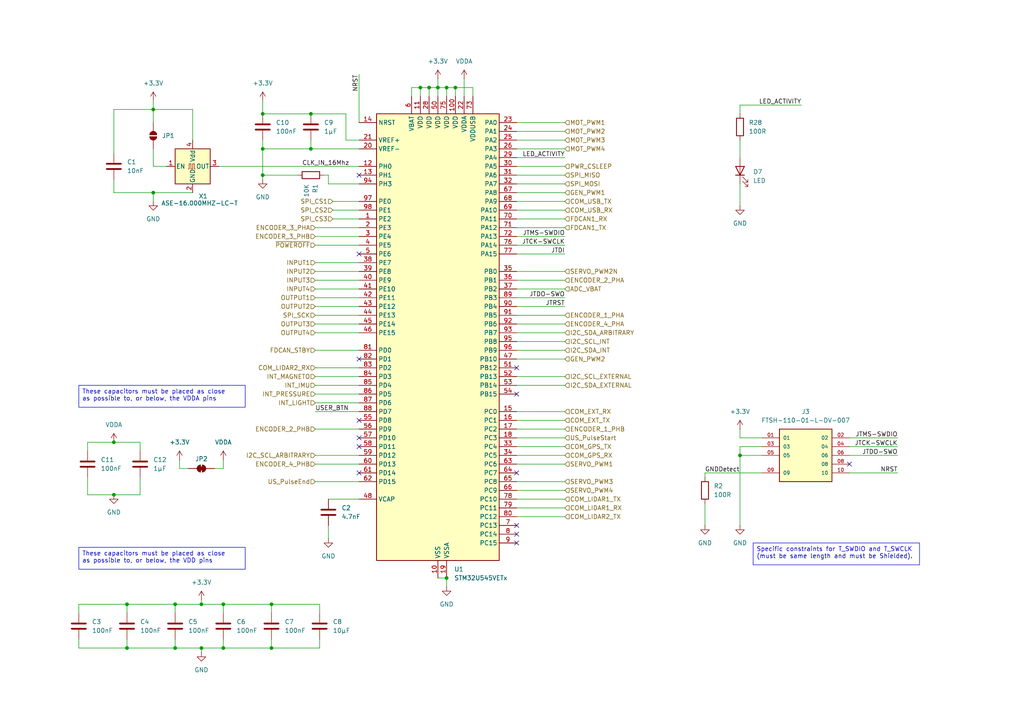
<source format=kicad_sch>
(kicad_sch (version 20231120) (generator "eeschema") (generator_version "8.0")
  (paper "A4")
  (title_block (title "cpu (carte-io)") (date "2024-10-09") (rev "1.0"))
  (lib_symbols
    (symbol "Device:C" (pin_numbers hide) (pin_names (offset 0.254))
      (property "Reference" "C" (at 0.635 2.54 0))
      (property "Value" "C" (at 0.635 -2.54 0))
      (symbol "C_0_1"
        (polyline (pts (xy -2.032 -0.762) (xy 2.032 -0.762)) (stroke (width 0.508)))
        (polyline (pts (xy -2.032 0.762) (xy 2.032 0.762)) (stroke (width 0.508)))
      )
      (symbol "C_1_1"
        (pin passive line (at 0 3.81 270) (length 2.794) (name "~") (number "1"))
        (pin passive line (at 0 -3.81 90) (length 2.794) (name "~") (number "2"))
      )
    )
    (symbol "Device:LED" (pin_numbers hide) (pin_names (offset 1.016) hide)
      (property "Reference" "D" (at 0 2.54 0))
      (property "Value" "LED" (at 0 -2.54 0))
      (symbol "LED_0_1"
        (polyline (pts (xy -1.27 -1.27) (xy -1.27 1.27)) (stroke (width 0.254)))
        (polyline (pts (xy -1.27 0) (xy 1.27 0)))
        (polyline (pts (xy 1.27 -1.27) (xy 1.27 1.27) (xy -1.27 0) (xy 1.27 -1.27)) (stroke (width 0.254)))
        (polyline (pts (xy -3.048 -0.762) (xy -4.572 -2.286) (xy -3.81 -2.286) (xy -4.572 -2.286) (xy -4.572 -1.524)))
        (polyline (pts (xy -1.778 -0.762) (xy -3.302 -2.286) (xy -2.54 -2.286) (xy -3.302 -2.286) (xy -3.302 -1.524)))
      )
      (symbol "LED_1_1"
        (pin passive line (at -3.81 0 0) (length 2.54) (name "K") (number "1"))
        (pin passive line (at 3.81 0 180) (length 2.54) (name "A") (number "2"))
      )
    )
    (symbol "Device:R" (pin_numbers hide) (pin_names (offset 0))
      (property "Reference" "R" (at 2.032 0 90))
      (property "Value" "R" (at 0 0 90))
      (symbol "R_0_1"
        (rectangle (start -1.016 -2.54) (end 1.016 2.54) (stroke (width 0.254)))
      )
      (symbol "R_1_1"
        (pin passive line (at 0 3.81 270) (length 1.27) (name "~") (number "1"))
        (pin passive line (at 0 -3.81 90) (length 1.27) (name "~") (number "2"))
      )
    )
    (symbol "FTSH-105-X-X-DV-007-P-X:FTSH-105-X-X-DV-007-P-X" (pin_names (offset 1.016))
      (property "Reference" "J" (at -7.62 8.382 0))
      (property "Value" "FTSH-105-X-X-DV-007-P-X" (at -7.62 -10.16 0))
      (symbol "FTSH-105-X-X-DV-007-P-X_0_0"
        (rectangle (start -7.62 -7.62) (end 7.62 7.62) (stroke (width 0.254)) (fill (type background)))
        (pin passive line (at -12.7 5.08 0) (length 5.08) (name "01") (number "01"))
        (pin passive line (at 12.7 5.08 180) (length 5.08) (name "02") (number "02"))
        (pin passive line (at -12.7 2.54 0) (length 5.08) (name "03") (number "03"))
        (pin passive line (at 12.7 2.54 180) (length 5.08) (name "04") (number "04"))
        (pin passive line (at -12.7 0 0) (length 5.08) (name "05") (number "05"))
        (pin passive line (at 12.7 0 180) (length 5.08) (name "06") (number "06"))
        (pin passive line (at 12.7 -2.54 180) (length 5.08) (name "08") (number "08"))
        (pin passive line (at -12.7 -5.08 0) (length 5.08) (name "09") (number "09"))
        (pin passive line (at 12.7 -5.08 180) (length 5.08) (name "10") (number "10"))
      )
    )
    (symbol "Jumper:SolderJumper_2_Bridged" (pin_numbers hide) (pin_names (offset 0) hide) (exclude_from_sim yes) (in_bom no)
      (property "Reference" "JP" (at 0 2.032 0))
      (property "Value" "SolderJumper_2_Bridged" (at 0 -2.54 0))
      (symbol "SolderJumper_2_Bridged_0_1"
        (rectangle (start -0.508 0.508) (end 0.508 -0.508) (fill (type outline)))
        (arc (start -0.254 1.016) (mid -1.2656 0) (end -0.254 -1.016))
        (arc (start -0.254 1.016) (mid -1.2656 0) (end -0.254 -1.016) (fill (type outline)))
        (polyline (pts (xy -0.254 1.016) (xy -0.254 -1.016)))
        (polyline (pts (xy 0.254 1.016) (xy 0.254 -1.016)))
        (arc (start 0.254 -1.016) (mid 1.2656 0) (end 0.254 1.016))
        (arc (start 0.254 -1.016) (mid 1.2656 0) (end 0.254 1.016) (fill (type outline)))
      )
      (symbol "SolderJumper_2_Bridged_1_1"
        (pin passive line (at -3.81 0 0) (length 2.54) (name "A") (number "1"))
        (pin passive line (at 3.81 0 180) (length 2.54) (name "B") (number "2"))
      )
    )
    (symbol "Jumper:SolderJumper_2_Open" (pin_numbers hide) (pin_names (offset 0) hide) (exclude_from_sim yes) (in_bom no)
      (property "Reference" "JP" (at 0 2.032 0))
      (property "Value" "SolderJumper_2_Open" (at 0 -2.54 0))
      (symbol "SolderJumper_2_Open_0_1"
        (arc (start -0.254 1.016) (mid -1.2656 0) (end -0.254 -1.016))
        (arc (start -0.254 1.016) (mid -1.2656 0) (end -0.254 -1.016) (fill (type outline)))
        (polyline (pts (xy -0.254 1.016) (xy -0.254 -1.016)))
        (polyline (pts (xy 0.254 1.016) (xy 0.254 -1.016)))
        (arc (start 0.254 -1.016) (mid 1.2656 0) (end 0.254 1.016))
        (arc (start 0.254 -1.016) (mid 1.2656 0) (end 0.254 1.016) (fill (type outline)))
      )
      (symbol "SolderJumper_2_Open_1_1"
        (pin passive line (at -3.81 0 0) (length 2.54) (name "A") (number "1"))
        (pin passive line (at 3.81 0 180) (length 2.54) (name "B") (number "2"))
      )
    )
    (symbol "MCU_ST_STM32U5:STM32U545VETx"
      (property "Reference" "U" (at -17.78 67.31 0))
      (property "Value" "STM32U545VETx" (at 12.7 67.31 0))
      (symbol "STM32U545VETx_0_1"
        (rectangle (start -17.78 -63.5) (end 17.78 66.04) (stroke (width 0.254)) (fill (type background)))
      )
      (symbol "STM32U545VETx_1_1"
        (pin bidirectional line (at -22.86 35.56 0) (length 5.08) (name "PE2") (number "1"))
        (pin power_in line (at 0 -68.58 90) (length 5.08) (name "VSS") (number "10"))
        (pin power_in line (at 5.08 71.12 270) (length 5.08) (name "VDD") (number "100"))
        (pin power_in line (at -5.08 71.12 270) (length 5.08) (name "VDD") (number "11"))
        (pin bidirectional line (at -22.86 50.8 0) (length 5.08) (name "PH0") (number "12"))
        (pin bidirectional line (at -22.86 48.26 0) (length 5.08) (name "PH1") (number "13"))
        (pin input line (at -22.86 63.5 0) (length 5.08) (name "NRST") (number "14"))
        (pin bidirectional line (at 22.86 -20.32 180) (length 5.08) (name "PC0") (number "15"))
        (pin bidirectional line (at 22.86 -22.86 180) (length 5.08) (name "PC1") (number "16"))
        (pin bidirectional line (at 22.86 -25.4 180) (length 5.08) (name "PC2") (number "17"))
        (pin bidirectional line (at 22.86 -27.94 180) (length 5.08) (name "PC3") (number "18"))
        (pin power_in line (at 2.54 -68.58 90) (length 5.08) (name "VSSA") (number "19"))
        (pin bidirectional line (at -22.86 33.02 0) (length 5.08) (name "PE3") (number "2"))
        (pin input line (at -22.86 55.88 0) (length 5.08) (name "VREF-") (number "20"))
        (pin input line (at -22.86 58.42 0) (length 5.08) (name "VREF+") (number "21"))
        (pin power_in line (at 7.62 71.12 270) (length 5.08) (name "VDDA") (number "22"))
        (pin bidirectional line (at 22.86 63.5 180) (length 5.08) (name "PA0") (number "23"))
        (pin bidirectional line (at 22.86 60.96 180) (length 5.08) (name "PA1") (number "24"))
        (pin bidirectional line (at 22.86 58.42 180) (length 5.08) (name "PA2") (number "25"))
        (pin bidirectional line (at 22.86 55.88 180) (length 5.08) (name "PA3") (number "26"))
        (pin passive line (at 0 -68.58 90) (length 5.08) hide (name "VSS") (number "27"))
        (pin power_in line (at -2.54 71.12 270) (length 5.08) (name "VDD") (number "28"))
        (pin bidirectional line (at 22.86 53.34 180) (length 5.08) (name "PA4") (number "29"))
        (pin bidirectional line (at -22.86 30.48 0) (length 5.08) (name "PE4") (number "3"))
        (pin bidirectional line (at 22.86 50.8 180) (length 5.08) (name "PA5") (number "30"))
        (pin bidirectional line (at 22.86 48.26 180) (length 5.08) (name "PA6") (number "31"))
        (pin bidirectional line (at 22.86 45.72 180) (length 5.08) (name "PA7") (number "32"))
        (pin bidirectional line (at 22.86 -30.48 180) (length 5.08) (name "PC4") (number "33"))
        (pin bidirectional line (at 22.86 -33.02 180) (length 5.08) (name "PC5") (number "34"))
        (pin bidirectional line (at 22.86 20.32 180) (length 5.08) (name "PB0") (number "35"))
        (pin bidirectional line (at 22.86 17.78 180) (length 5.08) (name "PB1") (number "36"))
        (pin bidirectional line (at 22.86 15.24 180) (length 5.08) (name "PB2") (number "37"))
        (pin bidirectional line (at -22.86 22.86 0) (length 5.08) (name "PE7") (number "38"))
        (pin bidirectional line (at -22.86 20.32 0) (length 5.08) (name "PE8") (number "39"))
        (pin bidirectional line (at -22.86 27.94 0) (length 5.08) (name "PE5") (number "4"))
        (pin bidirectional line (at -22.86 17.78 0) (length 5.08) (name "PE9") (number "40"))
        (pin bidirectional line (at -22.86 15.24 0) (length 5.08) (name "PE10") (number "41"))
        (pin bidirectional line (at -22.86 12.7 0) (length 5.08) (name "PE11") (number "42"))
        (pin bidirectional line (at -22.86 10.16 0) (length 5.08) (name "PE12") (number "43"))
        (pin bidirectional line (at -22.86 7.62 0) (length 5.08) (name "PE13") (number "44"))
        (pin bidirectional line (at -22.86 5.08 0) (length 5.08) (name "PE14") (number "45"))
        (pin bidirectional line (at -22.86 2.54 0) (length 5.08) (name "PE15") (number "46"))
        (pin bidirectional line (at 22.86 -5.08 180) (length 5.08) (name "PB10") (number "47"))
        (pin power_out line (at -22.86 -45.72 0) (length 5.08) (name "VCAP") (number "48"))
        (pin passive line (at 0 -68.58 90) (length 5.08) hide (name "VSS") (number "49"))
        (pin bidirectional line (at -22.86 25.4 0) (length 5.08) (name "PE6") (number "5"))
        (pin power_in line (at 0 71.12 270) (length 5.08) (name "VDD") (number "50"))
        (pin bidirectional line (at 22.86 -7.62 180) (length 5.08) (name "PB12") (number "51"))
        (pin bidirectional line (at 22.86 -10.16 180) (length 5.08) (name "PB13") (number "52"))
        (pin bidirectional line (at 22.86 -12.7 180) (length 5.08) (name "PB14") (number "53"))
        (pin bidirectional line (at 22.86 -15.24 180) (length 5.08) (name "PB15") (number "54"))
        (pin bidirectional line (at -22.86 -22.86 0) (length 5.08) (name "PD8") (number "55"))
        (pin bidirectional line (at -22.86 -25.4 0) (length 5.08) (name "PD9") (number "56"))
        (pin bidirectional line (at -22.86 -27.94 0) (length 5.08) (name "PD10") (number "57"))
        (pin bidirectional line (at -22.86 -30.48 0) (length 5.08) (name "PD11") (number "58"))
        (pin bidirectional line (at -22.86 -33.02 0) (length 5.08) (name "PD12") (number "59"))
        (pin power_in line (at -7.62 71.12 270) (length 5.08) (name "VBAT") (number "6"))
        (pin bidirectional line (at -22.86 -35.56 0) (length 5.08) (name "PD13") (number "60"))
        (pin bidirectional line (at -22.86 -38.1 0) (length 5.08) (name "PD14") (number "61"))
        (pin bidirectional line (at -22.86 -40.64 0) (length 5.08) (name "PD15") (number "62"))
        (pin bidirectional line (at 22.86 -35.56 180) (length 5.08) (name "PC6") (number "63"))
        (pin bidirectional line (at 22.86 -38.1 180) (length 5.08) (name "PC7") (number "64"))
        (pin bidirectional line (at 22.86 -40.64 180) (length 5.08) (name "PC8") (number "65"))
        (pin bidirectional line (at 22.86 -43.18 180) (length 5.08) (name "PC9") (number "66"))
        (pin bidirectional line (at 22.86 43.18 180) (length 5.08) (name "PA8") (number "67"))
        (pin bidirectional line (at 22.86 40.64 180) (length 5.08) (name "PA9") (number "68"))
        (pin bidirectional line (at 22.86 38.1 180) (length 5.08) (name "PA10") (number "69"))
        (pin bidirectional line (at 22.86 -53.34 180) (length 5.08) (name "PC13") (number "7"))
        (pin bidirectional line (at 22.86 35.56 180) (length 5.08) (name "PA11") (number "70"))
        (pin bidirectional line (at 22.86 33.02 180) (length 5.08) (name "PA12") (number "71"))
        (pin bidirectional line (at 22.86 30.48 180) (length 5.08) (name "PA13") (number "72"))
        (pin power_in line (at 10.16 71.12 270) (length 5.08) (name "VDDUSB") (number "73"))
        (pin passive line (at 0 -68.58 90) (length 5.08) hide (name "VSS") (number "74"))
        (pin power_in line (at 2.54 71.12 270) (length 5.08) (name "VDD") (number "75"))
        (pin bidirectional line (at 22.86 27.94 180) (length 5.08) (name "PA14") (number "76"))
        (pin bidirectional line (at 22.86 25.4 180) (length 5.08) (name "PA15") (number "77"))
        (pin bidirectional line (at 22.86 -45.72 180) (length 5.08) (name "PC10") (number "78"))
        (pin bidirectional line (at 22.86 -48.26 180) (length 5.08) (name "PC11") (number "79"))
        (pin bidirectional line (at 22.86 -55.88 180) (length 5.08) (name "PC14") (number "8"))
        (pin bidirectional line (at 22.86 -50.8 180) (length 5.08) (name "PC12") (number "80"))
        (pin bidirectional line (at -22.86 -2.54 0) (length 5.08) (name "PD0") (number "81"))
        (pin bidirectional line (at -22.86 -5.08 0) (length 5.08) (name "PD1") (number "82"))
        (pin bidirectional line (at -22.86 -7.62 0) (length 5.08) (name "PD2") (number "83"))
        (pin bidirectional line (at -22.86 -10.16 0) (length 5.08) (name "PD3") (number "84"))
        (pin bidirectional line (at -22.86 -12.7 0) (length 5.08) (name "PD4") (number "85"))
        (pin bidirectional line (at -22.86 -15.24 0) (length 5.08) (name "PD5") (number "86"))
        (pin bidirectional line (at -22.86 -17.78 0) (length 5.08) (name "PD6") (number "87"))
        (pin bidirectional line (at -22.86 -20.32 0) (length 5.08) (name "PD7") (number "88"))
        (pin bidirectional line (at 22.86 12.7 180) (length 5.08) (name "PB3") (number "89"))
        (pin bidirectional line (at 22.86 -58.42 180) (length 5.08) (name "PC15") (number "9"))
        (pin bidirectional line (at 22.86 10.16 180) (length 5.08) (name "PB4") (number "90"))
        (pin bidirectional line (at 22.86 7.62 180) (length 5.08) (name "PB5") (number "91"))
        (pin bidirectional line (at 22.86 5.08 180) (length 5.08) (name "PB6") (number "92"))
        (pin bidirectional line (at 22.86 2.54 180) (length 5.08) (name "PB7") (number "93"))
        (pin bidirectional line (at -22.86 45.72 0) (length 5.08) (name "PH3") (number "94"))
        (pin bidirectional line (at 22.86 0 180) (length 5.08) (name "PB8") (number "95"))
        (pin bidirectional line (at 22.86 -2.54 180) (length 5.08) (name "PB9") (number "96"))
        (pin bidirectional line (at -22.86 40.64 0) (length 5.08) (name "PE0") (number "97"))
        (pin bidirectional line (at -22.86 38.1 0) (length 5.08) (name "PE1") (number "98"))
        (pin passive line (at 0 -68.58 90) (length 5.08) hide (name "VSS") (number "99"))
      )
    )
    (symbol "Oscillator:ASE-xxxMHz" (pin_names (offset 0.254))
      (property "Reference" "X" (at -5.08 6.35 0))
      (property "Value" "ASE-xxxMHz" (at 1.27 -6.35 0))
      (symbol "ASE-xxxMHz_0_1"
        (rectangle (start -5.08 5.08) (end 5.08 -5.08) (stroke (width 0.254)) (fill (type background)))
        (polyline (pts (xy -1.27 -0.762) (xy -1.016 -0.762) (xy -1.016 0.762) (xy -0.508 0.762) (xy -0.508 -0.762) (xy 0 -0.762) (xy 0 0.762) (xy 0.508 0.762) (xy 0.508 -0.762) (xy 0.762 -0.762)))
      )
      (symbol "ASE-xxxMHz_1_1"
        (pin input line (at -7.62 0 0) (length 2.54) (name "EN") (number "1"))
        (pin power_in line (at 0 -7.62 90) (length 2.54) (name "GND") (number "2"))
        (pin output line (at 7.62 0 180) (length 2.54) (name "OUT") (number "3"))
        (pin power_in line (at 0 7.62 270) (length 2.54) (name "Vdd") (number "4"))
      )
    )
    (symbol "power:+3.3V" (power) (pin_numbers hide) (pin_names (offset 0) hide)
      (property "Value" "+3.3V" (at 0 3.556 0))
      (symbol "+3.3V_0_1"
        (polyline (pts (xy -0.762 1.27) (xy 0 2.54)))
        (polyline (pts (xy 0 0) (xy 0 2.54)))
        (polyline (pts (xy 0 2.54) (xy 0.762 1.27)))
      )
      (symbol "+3.3V_1_1"
        (pin power_in line (at 0 0 90) (length 0) (name "~") (number "1"))
      )
    )
    (symbol "power:GND" (power) (pin_numbers hide) (pin_names (offset 0) hide)
      (property "Value" "GND" (at 0 -3.81 0))
      (symbol "GND_0_1"
        (polyline (pts (xy 0 0) (xy 0 -1.27) (xy 1.27 -1.27) (xy 0 -2.54) (xy -1.27 -1.27) (xy 0 -1.27)))
      )
      (symbol "GND_1_1"
        (pin power_in line (at 0 0 270) (length 0) (name "~") (number "1"))
      )
    )
    (symbol "power:VDDA" (power) (pin_numbers hide) (pin_names (offset 0) hide)
      (property "Value" "VDDA" (at 0 3.556 0))
      (symbol "VDDA_0_1"
        (polyline (pts (xy -0.762 1.27) (xy 0 2.54)))
        (polyline (pts (xy 0 0) (xy 0 2.54)))
        (polyline (pts (xy 0 2.54) (xy 0.762 1.27)))
      )
      (symbol "VDDA_1_1"
        (pin power_in line (at 0 0 90) (length 0) (name "~") (number "1"))
      )
    )
  )
  (junction (at 58.42 175.26))
  (junction (at 44.45 31.75))
  (junction (at 58.42 187.96))
  (junction (at 50.8 175.26))
  (junction (at 50.8 187.96))
  (junction (at 44.45 55.88))
  (junction (at 78.74 187.96))
  (junction (at 127 25.4))
  (junction (at 129.54 25.4))
  (junction (at 121.92 25.4))
  (junction (at 90.17 43.18))
  (junction (at 64.77 187.96))
  (junction (at 33.02 143.51))
  (junction (at 36.83 175.26))
  (junction (at 214.63 132.08))
  (junction (at 76.2 50.8))
  (junction (at 33.02 128.27))
  (junction (at 124.46 25.4))
  (junction (at 90.17 33.02))
  (junction (at 76.2 33.02))
  (junction (at 64.77 175.26))
  (junction (at 129.54 167.64))
  (junction (at 78.74 175.26))
  (junction (at 36.83 187.96))
  (junction (at 76.2 43.18))
  (junction (at 132.08 25.4))
  (no_connect (at 149.86 114.3))
  (no_connect (at 149.86 137.16))
  (no_connect (at 246.38 134.62))
  (no_connect (at 104.14 127))
  (no_connect (at 104.14 104.14))
  (no_connect (at 149.86 154.94))
  (no_connect (at 149.86 106.68))
  (no_connect (at 104.14 50.8))
  (no_connect (at 149.86 152.4))
  (no_connect (at 149.86 157.48))
  (no_connect (at 104.14 137.16))
  (no_connect (at 104.14 73.66))
  (no_connect (at 104.14 121.92))
  (no_connect (at 104.14 129.54))
  (wire (pts (xy 33.02 55.88) (xy 33.02 52.07)))
  (wire (pts (xy 22.86 175.26) (xy 36.83 175.26)))
  (wire (pts (xy 121.92 25.4) (xy 121.92 27.94)))
  (wire (pts (xy 214.63 30.48) (xy 214.63 33.02)))
  (wire (pts (xy 44.45 55.88) (xy 33.02 55.88)))
  (wire (pts (xy 91.44 139.7) (xy 104.14 139.7)))
  (wire (pts (xy 48.26 48.26) (xy 44.45 48.26)))
  (wire (pts (xy 149.86 38.1) (xy 163.83 38.1)))
  (wire (pts (xy 33.02 143.51) (xy 25.4 143.51)))
  (wire (pts (xy 246.38 129.54) (xy 260.35 129.54)))
  (wire (pts (xy 129.54 25.4) (xy 132.08 25.4)))
  (wire (pts (xy 91.44 76.2) (xy 104.14 76.2)))
  (wire (pts (xy 214.63 132.08) (xy 214.63 152.4)))
  (wire (pts (xy 220.98 127) (xy 214.63 127)))
  (wire (pts (xy 76.2 43.18) (xy 76.2 50.8)))
  (wire (pts (xy 204.47 146.05) (xy 204.47 152.4)))
  (wire (pts (xy 149.86 99.06) (xy 163.83 99.06)))
  (wire (pts (xy 149.86 35.56) (xy 163.83 35.56)))
  (wire (pts (xy 246.38 127) (xy 260.35 127)))
  (wire (pts (xy 64.77 133.35) (xy 64.77 135.89)))
  (wire (pts (xy 149.86 78.74) (xy 163.83 78.74)))
  (wire (pts (xy 91.44 83.82) (xy 104.14 83.82)))
  (wire (pts (xy 76.2 50.8) (xy 86.36 50.8)))
  (wire (pts (xy 58.42 173.99) (xy 58.42 175.26)))
  (wire (pts (xy 40.64 143.51) (xy 33.02 143.51)))
  (wire (pts (xy 214.63 30.48) (xy 232.41 30.48)))
  (wire (pts (xy 91.44 78.74) (xy 104.14 78.74)))
  (wire (pts (xy 22.86 187.96) (xy 36.83 187.96)))
  (wire (pts (xy 149.86 132.08) (xy 163.83 132.08)))
  (wire (pts (xy 50.8 175.26) (xy 50.8 177.8)))
  (wire (pts (xy 149.86 58.42) (xy 163.83 58.42)))
  (wire (pts (xy 149.86 142.24) (xy 163.83 142.24)))
  (wire (pts (xy 91.44 116.84) (xy 104.14 116.84)))
  (wire (pts (xy 91.44 114.3) (xy 104.14 114.3)))
  (wire (pts (xy 58.42 187.96) (xy 64.77 187.96)))
  (wire (pts (xy 149.86 147.32) (xy 163.83 147.32)))
  (wire (pts (xy 64.77 177.8) (xy 64.77 175.26)))
  (wire (pts (xy 64.77 187.96) (xy 78.74 187.96)))
  (wire (pts (xy 104.14 43.18) (xy 90.17 43.18)))
  (wire (pts (xy 124.46 25.4) (xy 127 25.4)))
  (wire (pts (xy 25.4 143.51) (xy 25.4 138.43)))
  (wire (pts (xy 149.86 45.72) (xy 163.83 45.72)))
  (wire (pts (xy 55.88 55.88) (xy 44.45 55.88)))
  (wire (pts (xy 36.83 175.26) (xy 50.8 175.26)))
  (wire (pts (xy 96.52 60.96) (xy 104.14 60.96)))
  (wire (pts (xy 95.25 50.8) (xy 95.25 53.34)))
  (wire (pts (xy 149.86 43.18) (xy 163.83 43.18)))
  (wire (pts (xy 91.44 106.68) (xy 104.14 106.68)))
  (wire (pts (xy 44.45 48.26) (xy 44.45 43.18)))
  (wire (pts (xy 78.74 175.26) (xy 78.74 177.8)))
  (wire (pts (xy 149.86 40.64) (xy 163.83 40.64)))
  (wire (pts (xy 91.44 91.44) (xy 104.14 91.44)))
  (wire (pts (xy 50.8 187.96) (xy 58.42 187.96)))
  (wire (pts (xy 129.54 25.4) (xy 129.54 27.94)))
  (wire (pts (xy 149.86 134.62) (xy 163.83 134.62)))
  (wire (pts (xy 91.44 134.62) (xy 104.14 134.62)))
  (wire (pts (xy 95.25 144.78) (xy 104.14 144.78)))
  (wire (pts (xy 149.86 91.44) (xy 163.83 91.44)))
  (wire (pts (xy 44.45 29.21) (xy 44.45 31.75)))
  (wire (pts (xy 149.86 86.36) (xy 163.83 86.36)))
  (wire (pts (xy 149.86 119.38) (xy 163.83 119.38)))
  (wire (pts (xy 50.8 185.42) (xy 50.8 187.96)))
  (wire (pts (xy 36.83 175.26) (xy 36.83 177.8)))
  (wire (pts (xy 149.86 48.26) (xy 163.83 48.26)))
  (wire (pts (xy 149.86 104.14) (xy 163.83 104.14)))
  (wire (pts (xy 91.44 124.46) (xy 104.14 124.46)))
  (wire (pts (xy 100.33 40.64) (xy 100.33 33.02)))
  (wire (pts (xy 246.38 132.08) (xy 260.35 132.08)))
  (wire (pts (xy 149.86 139.7) (xy 163.83 139.7)))
  (wire (pts (xy 55.88 31.75) (xy 55.88 40.64)))
  (wire (pts (xy 50.8 175.26) (xy 58.42 175.26)))
  (wire (pts (xy 137.16 25.4) (xy 137.16 27.94)))
  (wire (pts (xy 91.44 86.36) (xy 104.14 86.36)))
  (wire (pts (xy 58.42 187.96) (xy 58.42 189.23)))
  (wire (pts (xy 22.86 185.42) (xy 22.86 187.96)))
  (wire (pts (xy 104.14 21.59) (xy 104.14 35.56)))
  (wire (pts (xy 78.74 187.96) (xy 92.71 187.96)))
  (wire (pts (xy 76.2 40.64) (xy 76.2 43.18)))
  (wire (pts (xy 40.64 128.27) (xy 40.64 130.81)))
  (wire (pts (xy 93.98 50.8) (xy 95.25 50.8)))
  (wire (pts (xy 124.46 25.4) (xy 124.46 27.94)))
  (wire (pts (xy 149.86 68.58) (xy 163.83 68.58)))
  (wire (pts (xy 91.44 93.98) (xy 104.14 93.98)))
  (wire (pts (xy 149.86 109.22) (xy 163.83 109.22)))
  (wire (pts (xy 95.25 152.4) (xy 95.25 156.21)))
  (wire (pts (xy 149.86 149.86) (xy 163.83 149.86)))
  (wire (pts (xy 149.86 93.98) (xy 163.83 93.98)))
  (wire (pts (xy 63.5 48.26) (xy 104.14 48.26)))
  (wire (pts (xy 149.86 144.78) (xy 163.83 144.78)))
  (wire (pts (xy 91.44 66.04) (xy 104.14 66.04)))
  (wire (pts (xy 127 22.86) (xy 127 25.4)))
  (wire (pts (xy 149.86 127) (xy 163.83 127)))
  (wire (pts (xy 246.38 137.16) (xy 260.35 137.16)))
  (wire (pts (xy 91.44 68.58) (xy 104.14 68.58)))
  (wire (pts (xy 91.44 88.9) (xy 104.14 88.9)))
  (wire (pts (xy 25.4 130.81) (xy 25.4 128.27)))
  (wire (pts (xy 149.86 63.5) (xy 163.83 63.5)))
  (wire (pts (xy 25.4 128.27) (xy 33.02 128.27)))
  (wire (pts (xy 214.63 132.08) (xy 220.98 132.08)))
  (wire (pts (xy 91.44 109.22) (xy 104.14 109.22)))
  (wire (pts (xy 149.86 121.92) (xy 163.83 121.92)))
  (wire (pts (xy 132.08 25.4) (xy 132.08 27.94)))
  (wire (pts (xy 129.54 167.64) (xy 129.54 170.18)))
  (wire (pts (xy 64.77 175.26) (xy 78.74 175.26)))
  (wire (pts (xy 76.2 29.21) (xy 76.2 33.02)))
  (wire (pts (xy 36.83 187.96) (xy 50.8 187.96)))
  (wire (pts (xy 214.63 129.54) (xy 214.63 132.08)))
  (wire (pts (xy 96.52 63.5) (xy 104.14 63.5)))
  (wire (pts (xy 149.86 83.82) (xy 163.83 83.82)))
  (wire (pts (xy 149.86 88.9) (xy 163.83 88.9)))
  (wire (pts (xy 104.14 40.64) (xy 100.33 40.64)))
  (wire (pts (xy 149.86 50.8) (xy 163.83 50.8)))
  (wire (pts (xy 91.44 96.52) (xy 104.14 96.52)))
  (wire (pts (xy 76.2 43.18) (xy 90.17 43.18)))
  (wire (pts (xy 52.07 135.89) (xy 52.07 133.35)))
  (wire (pts (xy 91.44 119.38) (xy 104.14 119.38)))
  (wire (pts (xy 127 25.4) (xy 127 27.94)))
  (wire (pts (xy 204.47 137.16) (xy 204.47 138.43)))
  (wire (pts (xy 91.44 81.28) (xy 104.14 81.28)))
  (wire (pts (xy 54.61 135.89) (xy 52.07 135.89)))
  (wire (pts (xy 132.08 25.4) (xy 137.16 25.4)))
  (wire (pts (xy 96.52 58.42) (xy 104.14 58.42)))
  (wire (pts (xy 149.86 71.12) (xy 163.83 71.12)))
  (wire (pts (xy 78.74 185.42) (xy 78.74 187.96)))
  (wire (pts (xy 121.92 25.4) (xy 124.46 25.4)))
  (wire (pts (xy 92.71 185.42) (xy 92.71 187.96)))
  (wire (pts (xy 149.86 96.52) (xy 163.83 96.52)))
  (wire (pts (xy 91.44 132.08) (xy 104.14 132.08)))
  (wire (pts (xy 149.86 124.46) (xy 163.83 124.46)))
  (wire (pts (xy 40.64 138.43) (xy 40.64 143.51)))
  (wire (pts (xy 33.02 31.75) (xy 33.02 44.45)))
  (wire (pts (xy 134.62 22.86) (xy 134.62 27.94)))
  (wire (pts (xy 149.86 66.04) (xy 163.83 66.04)))
  (wire (pts (xy 220.98 129.54) (xy 214.63 129.54)))
  (wire (pts (xy 214.63 59.69) (xy 214.63 53.34)))
  (wire (pts (xy 149.86 60.96) (xy 163.83 60.96)))
  (wire (pts (xy 44.45 31.75) (xy 44.45 35.56)))
  (wire (pts (xy 91.44 111.76) (xy 104.14 111.76)))
  (wire (pts (xy 149.86 101.6) (xy 163.83 101.6)))
  (wire (pts (xy 76.2 33.02) (xy 90.17 33.02)))
  (wire (pts (xy 214.63 127) (xy 214.63 124.46)))
  (wire (pts (xy 64.77 135.89) (xy 62.23 135.89)))
  (wire (pts (xy 204.47 137.16) (xy 220.98 137.16)))
  (wire (pts (xy 55.88 31.75) (xy 44.45 31.75)))
  (wire (pts (xy 95.25 53.34) (xy 104.14 53.34)))
  (wire (pts (xy 90.17 40.64) (xy 90.17 43.18)))
  (wire (pts (xy 91.44 71.12) (xy 104.14 71.12)))
  (wire (pts (xy 149.86 55.88) (xy 163.83 55.88)))
  (wire (pts (xy 44.45 55.88) (xy 44.45 58.42)))
  (wire (pts (xy 22.86 177.8) (xy 22.86 175.26)))
  (wire (pts (xy 64.77 185.42) (xy 64.77 187.96)))
  (wire (pts (xy 44.45 31.75) (xy 33.02 31.75)))
  (wire (pts (xy 58.42 175.26) (xy 64.77 175.26)))
  (wire (pts (xy 76.2 50.8) (xy 76.2 52.07)))
  (wire (pts (xy 127 167.64) (xy 129.54 167.64)))
  (wire (pts (xy 149.86 81.28) (xy 163.83 81.28)))
  (wire (pts (xy 149.86 111.76) (xy 163.83 111.76)))
  (wire (pts (xy 149.86 129.54) (xy 163.83 129.54)))
  (wire (pts (xy 78.74 175.26) (xy 92.71 175.26)))
  (wire (pts (xy 36.83 185.42) (xy 36.83 187.96)))
  (wire (pts (xy 91.44 101.6) (xy 104.14 101.6)))
  (wire (pts (xy 92.71 175.26) (xy 92.71 177.8)))
  (wire (pts (xy 127 25.4) (xy 129.54 25.4)))
  (wire (pts (xy 149.86 73.66) (xy 163.83 73.66)))
  (wire (pts (xy 149.86 53.34) (xy 163.83 53.34)))
  (wire (pts (xy 90.17 33.02) (xy 100.33 33.02)))
  (wire (pts (xy 119.38 25.4) (xy 121.92 25.4)))
  (wire (pts (xy 119.38 27.94) (xy 119.38 25.4)))
  (wire (pts (xy 33.02 128.27) (xy 40.64 128.27)))
  (wire (pts (xy 214.63 40.64) (xy 214.63 45.72)))
  (text_box "These capacitors must be placed as close  \nas possible to, or below, the VDD pins" (at 22.86 158.75 0) (size 48.26 6.35) (effects (font (size 1.27 1.27)) (justify left top)))
  (text_box "These capacitors must be placed as close  \nas possible to, or below, the VDDA pins" (at 22.86 111.76 0) (size 48.26 6.35) (effects (font (size 1.27 1.27)) (justify left top)))
  (text_box "Specific constraints for T_SWDIO and T_SWCLK\n(must be same length and must be Shielded)." (at 218.44 157.48 0) (size 48.26 6.35) (effects (font (size 1.27 1.27)) (justify left top)))
  (label "JTRST" (at 163.83 88.9 180))
  (label "LED_ACTIVITY" (at 232.41 30.48 180))
  (label "NRST" (at 260.35 137.16 180))
  (label "JTCK-SWCLK" (at 163.83 71.12 180))
  (label "JTCK-SWCLK" (at 260.35 129.54 180))
  (label "CLK_IN_16Mhz" (at 87.63 48.26 0))
  (label "JTDI" (at 163.83 73.66 180))
  (label "USER_BTN" (at 91.44 119.38 0))
  (label "JTDO-SWO" (at 163.83 86.36 180))
  (label "JTMS-SWDIO" (at 260.35 127 180))
  (label "LED_ACTIVITY" (at 163.83 45.72 180))
  (label "JTMS-SWDIO" (at 163.83 68.58 180))
  (label "NRST" (at 104.14 21.59 270))
  (label "JTDO-SWO" (at 260.35 132.08 180))
  (label "GNDDetect" (at 204.47 137.16 0))
  (hierarchical_label "SERVO_PWM4" (shape input) (at 163.83 142.24 0))
  (hierarchical_label "OUTPUT2" (shape input) (at 91.44 88.9 180))
  (hierarchical_label "GEN_PWM1" (shape input) (at 163.83 55.88 0))
  (hierarchical_label "US_PulseStart" (shape input) (at 163.83 127 0))
  (hierarchical_label "I2C_SCL_EXTERNAL" (shape input) (at 163.83 109.22 0))
  (hierarchical_label "ENCODER_2_PHA" (shape input) (at 163.83 81.28 0))
  (hierarchical_label "SERVO_PWM1" (shape input) (at 163.83 134.62 0))
  (hierarchical_label "MOT_PWM1" (shape input) (at 163.83 35.56 0))
  (hierarchical_label "I2C_SDA_ARBITRARY" (shape input) (at 163.83 96.52 0))
  (hierarchical_label "OUTPUT3" (shape input) (at 91.44 93.98 180))
  (hierarchical_label "COM_USB_RX" (shape input) (at 163.83 60.96 0))
  (hierarchical_label "FDCAN1_RX" (shape input) (at 163.83 63.5 0))
  (hierarchical_label "SPI_CS2" (shape input) (at 96.52 60.96 180))
  (hierarchical_label "FDCAN1_TX" (shape input) (at 163.83 66.04 0))
  (hierarchical_label "COM_LIDAR1_RX" (shape input) (at 163.83 147.32 0))
  (hierarchical_label "SPI_SCK" (shape input) (at 91.44 91.44 180))
  (hierarchical_label "SPI_MOSI" (shape input) (at 163.83 53.34 0))
  (hierarchical_label "OUTPUT1" (shape input) (at 91.44 86.36 180))
  (hierarchical_label "GEN_PWM2" (shape input) (at 163.83 104.14 0))
  (hierarchical_label "INT_MAGNETO" (shape input) (at 91.44 109.22 180))
  (hierarchical_label "INPUT3" (shape input) (at 91.44 81.28 180))
  (hierarchical_label "I2C_SDA_INT" (shape input) (at 163.83 101.6 0))
  (hierarchical_label "ENCODER_1_PHA" (shape input) (at 163.83 91.44 0))
  (hierarchical_label "COM_LIDAR1_TX" (shape input) (at 163.83 144.78 0))
  (hierarchical_label "COM_EXT_RX" (shape input) (at 163.83 119.38 0))
  (hierarchical_label "ENCODER_4_PHA" (shape input) (at 163.83 93.98 0))
  (hierarchical_label "OUTPUT4" (shape input) (at 91.44 96.52 180))
  (hierarchical_label "ENCODER_2_PHB" (shape input) (at 91.44 124.46 180))
  (hierarchical_label "INPUT4" (shape input) (at 91.44 83.82 180))
  (hierarchical_label "US_PulseEnd" (shape input) (at 91.44 139.7 180))
  (hierarchical_label "~{POWEROFF}" (shape input) (at 91.44 71.12 180))
  (hierarchical_label "COM_USB_TX" (shape input) (at 163.83 58.42 0))
  (hierarchical_label "COM_LIDAR2_TX" (shape input) (at 163.83 149.86 0))
  (hierarchical_label "MOT_PWM4" (shape input) (at 163.83 43.18 0))
  (hierarchical_label "INT_PRESSURE" (shape input) (at 91.44 114.3 180))
  (hierarchical_label "I2C_SCL_ARBITRARY" (shape input) (at 91.44 132.08 180))
  (hierarchical_label "ENCODER_1_PHB" (shape input) (at 163.83 124.46 0))
  (hierarchical_label "MOT_PWM2" (shape input) (at 163.83 38.1 0))
  (hierarchical_label "PWR_CSLEEP" (shape input) (at 163.83 48.26 0))
  (hierarchical_label "INT_LIGHT" (shape input) (at 91.44 116.84 180))
  (hierarchical_label "INPUT2" (shape input) (at 91.44 78.74 180))
  (hierarchical_label "ENCODER_4_PHB" (shape input) (at 91.44 134.62 180))
  (hierarchical_label "SERVO_PWM3" (shape input) (at 163.83 139.7 0))
  (hierarchical_label "COM_LIDAR2_RX" (shape input) (at 91.44 106.68 180))
  (hierarchical_label "INT_IMU" (shape input) (at 91.44 111.76 180))
  (hierarchical_label "FDCAN_STBY" (shape input) (at 91.44 101.6 180))
  (hierarchical_label "SPI_CS3" (shape input) (at 96.52 63.5 180))
  (hierarchical_label "ENCODER_3_PHB" (shape input) (at 91.44 68.58 180))
  (hierarchical_label "I2C_SDA_EXTERNAL" (shape input) (at 163.83 111.76 0))
  (hierarchical_label "MOT_PWM3" (shape input) (at 163.83 40.64 0))
  (hierarchical_label "COM_EXT_TX" (shape input) (at 163.83 121.92 0))
  (hierarchical_label "I2C_SCL_INT" (shape input) (at 163.83 99.06 0))
  (hierarchical_label "COM_GPS_RX" (shape input) (at 163.83 132.08 0))
  (hierarchical_label "ENCODER_3_PHA" (shape input) (at 91.44 66.04 180))
  (hierarchical_label "SERVO_PWM2N" (shape input) (at 163.83 78.74 0))
  (hierarchical_label "SPI_CS1" (shape input) (at 96.52 58.42 180))
  (hierarchical_label "ADC_VBAT" (shape input) (at 163.83 83.82 0))
  (hierarchical_label "INPUT1" (shape input) (at 91.44 76.2 180))
  (hierarchical_label "COM_GPS_TX" (shape input) (at 163.83 129.54 0))
  (hierarchical_label "SPI_MISO" (shape input) (at 163.83 50.8 0))
  (symbol (lib_id "power:GND") (at 129.54 170.18 0) (unit 1)
    (property "Reference" "#PWR05" (effects (hide yes)))
    (property "Value" "GND" (at 129.54 175.26 0))
    (property "Description" "Power symbol creates a global label with name \"GND\" , ground" (effects (hide yes)))
  )
  (symbol (lib_id "power:GND") (at 214.63 152.4 0) (unit 1)
    (property "Reference" "#PWR010" (effects (hide yes)))
    (property "Value" "GND" (at 214.63 157.48 0))
    (property "Description" "Power symbol creates a global label with name \"GND\" , ground" (effects (hide yes)))
  )
  (symbol (lib_id "power:+3.3V") (at 58.42 173.99 0) (unit 1)
    (property "Reference" "#PWR014" (effects (hide yes)))
    (property "Value" "+3.3V" (at 58.42 168.91 0))
    (property "Description" "Power symbol creates a global label with name \"+3.3V\"" (effects (hide yes)))
  )
  (symbol (lib_id "Jumper:SolderJumper_2_Open") (at 44.45 39.37 90) (unit 1) (exclude_from_sim yes) (in_bom no)
    (property "Reference" "JP1" (at 46.99 39.3699 90) (effects (justify right)))
    (property "Value" "SolderJumper_2_Open" (effects (hide yes)))
    (property "Footprint" "Jumper:SolderJumper-2_P1.3mm_Open_RoundedPad1.0x1.5mm" (effects (hide yes)))
    (property "Description" "Solder Jumper, 2-pole, open" (effects (hide yes)))
  )
  (symbol (lib_id "power:+3.3V") (at 127 22.86 0) (unit 1)
    (property "Reference" "#PWR04" (effects (hide yes)))
    (property "Value" "+3.3V" (at 127 17.78 0))
    (property "Description" "Power symbol creates a global label with name \"+3.3V\"" (effects (hide yes)))
  )
  (symbol (lib_id "power:GND") (at 44.45 58.42 0) (unit 1)
    (property "Reference" "#PWR012" (effects (hide yes)))
    (property "Value" "GND" (at 44.45 63.5 0))
    (property "Description" "Power symbol creates a global label with name \"GND\" , ground" (effects (hide yes)))
  )
  (symbol (lib_id "power:GND") (at 204.47 152.4 0) (unit 1)
    (property "Reference" "#PWR08" (effects (hide yes)))
    (property "Value" "GND" (at 204.47 157.48 0))
    (property "Description" "Power symbol creates a global label with name \"GND\" , ground" (effects (hide yes)))
  )
  (symbol (lib_id "Device:C") (at 76.2 36.83 0) (unit 1)
    (property "Reference" "C10" (at 80.01 35.5599 0) (effects (justify left)))
    (property "Value" "100nF" (at 80.01 38.0999 0) (effects (justify left)))
    (property "Footprint" "Capacitor_SMD:C_0805_2012Metric_Pad1.18x1.45mm_HandSolder" (effects (hide yes)))
    (property "Description" "Unpolarized capacitor" (effects (hide yes)))
  )
  (symbol (lib_id "Device:R") (at 90.17 50.8 270) (unit 1)
    (property "Reference" "R1" (at 91.4401 53.34 0) (effects (justify left)))
    (property "Value" "10K" (at 88.9001 53.34 0) (effects (justify left)))
    (property "Footprint" "Resistor_SMD:R_0805_2012Metric_Pad1.20x1.40mm_HandSolder" (effects (hide yes)))
    (property "Description" "Resistor" (effects (hide yes)))
  )
  (symbol (lib_id "power:+3.3V") (at 214.63 124.46 0) (unit 1)
    (property "Reference" "#PWR09" (effects (hide yes)))
    (property "Value" "+3.3V" (at 214.63 119.38 0))
    (property "Description" "Power symbol creates a global label with name \"+3.3V\"" (effects (hide yes)))
  )
  (symbol (lib_id "FTSH-105-X-X-DV-007-P-X:FTSH-105-X-X-DV-007-P-X") (at 233.68 132.08 0) (unit 1)
    (property "Reference" "J3" (at 233.68 119.38 0))
    (property "Value" "FTSH-110-01-L-DV-007" (at 233.68 121.92 0))
    (property "Footprint" "FTSH-105-X-X-DV-007-P-X:SAMTEC_FTSH-105-X-X-DV-007-P-X" (effects (hide yes)))
    (property "MF" "Samtec" (effects (hide yes)))
    (property "Description_1" "\nConnector Header Surface Mount 10 position 0.050 (1.27mm)\n" (effects (hide yes)))
    (property "Package" "None" (effects (hide yes)))
    (property "Price" "None" (effects (hide yes)))
    (property "Check_prices" "https://www.snapeda.com/parts/FTSH-105-01-L-DV-007-K/Samtec+Inc./view-part/?ref=eda" (effects (hide yes)))
    (property "STANDARD" "Manufacturer Recommendations" (effects (hide yes)))
    (property "PARTREV" "H" (effects (hide yes)))
    (property "SnapEDA_Link" "https://www.snapeda.com/parts/FTSH-105-01-L-DV-007-K/Samtec+Inc./view-part/?ref=snap" (effects (hide yes)))
    (property "MP" "FTSH-105-01-L-DV-007-K" (effects (hide yes)))
    (property "Availability" "In Stock" (effects (hide yes)))
    (property "MANUFACTURER" "Samtec" (effects (hide yes)))
    (property "Purchase-URL" "https://www.snapeda.com/api/url_track_click_mouser/?unipart_id=448626&manufacturer=Samtec&part_name=FTSH-105-01-L-DV-007-K&search_term=ftsh-105-01-l-dv-007-k" (effects (hide yes)))
  )
  (symbol (lib_id "Device:R") (at 204.47 142.24 0) (unit 1)
    (property "Reference" "R2" (at 207.01 140.9699 0) (effects (justify left)))
    (property "Value" "100R" (at 207.01 143.5099 0) (effects (justify left)))
    (property "Footprint" "Resistor_SMD:R_0805_2012Metric_Pad1.20x1.40mm_HandSolder" (effects (hide yes)))
    (property "Description" "Resistor" (effects (hide yes)))
  )
  (symbol (lib_id "Device:C") (at 92.71 181.61 0) (unit 1)
    (property "Reference" "C8" (at 96.52 180.3399 0) (effects (justify left)))
    (property "Value" "10µF" (at 96.52 182.8799 0) (effects (justify left)))
    (property "Footprint" "Capacitor_SMD:C_0805_2012Metric_Pad1.18x1.45mm_HandSolder" (effects (hide yes)))
    (property "Description" "Unpolarized capacitor" (effects (hide yes)))
  )
  (symbol (lib_id "Device:C") (at 40.64 134.62 0) (unit 1)
    (property "Reference" "C12" (at 44.45 133.3499 0) (effects (justify left)))
    (property "Value" "1µF" (at 44.45 135.8899 0) (effects (justify left)))
    (property "Footprint" "Capacitor_SMD:C_0805_2012Metric_Pad1.18x1.45mm_HandSolder" (effects (hide yes)))
    (property "Description" "Unpolarized capacitor" (effects (hide yes)))
  )
  (symbol (lib_id "Device:C") (at 95.25 148.59 0) (unit 1)
    (property "Reference" "C2" (at 99.06 147.3199 0) (effects (justify left)))
    (property "Value" "4.7nF" (at 99.06 149.8599 0) (effects (justify left)))
    (property "Footprint" "Capacitor_SMD:C_0805_2012Metric_Pad1.18x1.45mm_HandSolder" (effects (hide yes)))
    (property "Description" "Unpolarized capacitor" (effects (hide yes)))
  )
  (symbol (lib_id "Device:C") (at 50.8 181.61 0) (unit 1)
    (property "Reference" "C5" (at 54.61 180.3399 0) (effects (justify left)))
    (property "Value" "100nF" (at 54.61 182.8799 0) (effects (justify left)))
    (property "Footprint" "Capacitor_SMD:C_0805_2012Metric_Pad1.18x1.45mm_HandSolder" (effects (hide yes)))
    (property "Description" "Unpolarized capacitor" (effects (hide yes)))
  )
  (symbol (lib_id "Device:C") (at 25.4 134.62 0) (unit 1)
    (property "Reference" "C11" (at 29.21 133.3499 0) (effects (justify left)))
    (property "Value" "100nF" (at 29.21 135.8899 0) (effects (justify left)))
    (property "Footprint" "Capacitor_SMD:C_0805_2012Metric_Pad1.18x1.45mm_HandSolder" (effects (hide yes)))
    (property "Description" "Unpolarized capacitor" (effects (hide yes)))
  )
  (symbol (lib_id "Oscillator:ASE-xxxMHz") (at 55.88 48.26 0) (unit 1)
    (property "Reference" "X1" (at 58.928 56.896 0))
    (property "Value" "ASE-16.000MHZ-LC-T" (at 57.912 58.928 0))
    (property "Footprint" "Oscillator:Oscillator_SMD_Abracon_ASE-4Pin_3.2x2.5mm" (effects (hide yes)))
    (property "Datasheet" "http://www.abracon.com/Oscillators/ASV.pdf" (effects (hide yes)))
    (property "Description" "3.3V CMOS SMD Crystal Clock Oscillator, Abracon" (effects (hide yes)))
  )
  (symbol (lib_id "Device:LED") (at 214.63 49.53 90) (unit 1)
    (property "Reference" "D7" (at 218.44 49.8474 90) (effects (justify right)))
    (property "Value" "LED" (at 218.44 52.3874 90) (effects (justify right)))
    (property "Footprint" "LED_SMD:LED_0805_2012Metric" (effects (hide yes)))
    (property "Description" "Light emitting diode" (effects (hide yes)))
  )
  (symbol (lib_id "power:+3.3V") (at 76.2 29.21 0) (unit 1)
    (property "Reference" "#PWR016" (effects (hide yes)))
    (property "Value" "+3.3V" (at 76.2 24.13 0))
    (property "Description" "Power symbol creates a global label with name \"+3.3V\"" (effects (hide yes)))
  )
  (symbol (lib_id "power:VDDA") (at 33.02 128.27 0) (unit 1)
    (property "Reference" "#PWR017" (effects (hide yes)))
    (property "Value" "VDDA" (at 33.02 123.19 0))
    (property "Description" "Power symbol creates a global label with name \"VDDA\"" (effects (hide yes)))
  )
  (symbol (lib_id "power:VDDA") (at 134.62 22.86 0) (unit 1)
    (property "Reference" "#PWR06" (effects (hide yes)))
    (property "Value" "VDDA" (at 134.62 17.78 0))
    (property "Description" "Power symbol creates a global label with name \"VDDA\"" (effects (hide yes)))
  )
  (symbol (lib_id "power:GND") (at 33.02 143.51 0) (unit 1)
    (property "Reference" "#PWR018" (effects (hide yes)))
    (property "Value" "GND" (at 33.02 148.59 0))
    (property "Description" "Power symbol creates a global label with name \"GND\" , ground" (effects (hide yes)))
  )
  (symbol (lib_id "power:+3.3V") (at 52.07 133.35 0) (unit 1)
    (property "Reference" "#PWR019" (effects (hide yes)))
    (property "Value" "+3.3V" (at 52.07 128.27 0))
    (property "Description" "Power symbol creates a global label with name \"+3.3V\"" (effects (hide yes)))
  )
  (symbol (lib_id "Device:C") (at 78.74 181.61 0) (unit 1)
    (property "Reference" "C7" (at 82.55 180.3399 0) (effects (justify left)))
    (property "Value" "100nF" (at 82.55 182.8799 0) (effects (justify left)))
    (property "Footprint" "Capacitor_SMD:C_0805_2012Metric_Pad1.18x1.45mm_HandSolder" (effects (hide yes)))
    (property "Description" "Unpolarized capacitor" (effects (hide yes)))
  )
  (symbol (lib_id "power:+3.3V") (at 44.45 29.21 0) (unit 1)
    (property "Reference" "#PWR011" (effects (hide yes)))
    (property "Value" "+3.3V" (at 44.45 24.13 0))
    (property "Description" "Power symbol creates a global label with name \"+3.3V\"" (effects (hide yes)))
  )
  (symbol (lib_id "Device:C") (at 33.02 48.26 0) (unit 1)
    (property "Reference" "C1" (at 36.83 46.9899 0) (effects (justify left)))
    (property "Value" "10nF" (at 36.83 49.5299 0) (effects (justify left)))
    (property "Footprint" "Capacitor_SMD:C_0805_2012Metric_Pad1.18x1.45mm_HandSolder" (effects (hide yes)))
    (property "Description" "Unpolarized capacitor" (effects (hide yes)))
  )
  (symbol (lib_id "Device:C") (at 22.86 181.61 0) (unit 1)
    (property "Reference" "C3" (at 26.67 180.3399 0) (effects (justify left)))
    (property "Value" "100nF" (at 26.67 182.8799 0) (effects (justify left)))
    (property "Footprint" "Capacitor_SMD:C_0805_2012Metric_Pad1.18x1.45mm_HandSolder" (effects (hide yes)))
    (property "Description" "Unpolarized capacitor" (effects (hide yes)))
  )
  (symbol (lib_id "power:GND") (at 58.42 189.23 0) (unit 1)
    (property "Reference" "#PWR015" (effects (hide yes)))
    (property "Value" "GND" (at 58.42 194.31 0))
    (property "Description" "Power symbol creates a global label with name \"GND\" , ground" (effects (hide yes)))
  )
  (symbol (lib_id "Device:R") (at 214.63 36.83 0) (unit 1)
    (property "Reference" "R28" (at 217.17 35.5599 0) (effects (justify left)))
    (property "Value" "100R" (at 217.17 38.0999 0) (effects (justify left)))
    (property "Footprint" "Resistor_SMD:R_0805_2012Metric_Pad1.20x1.40mm_HandSolder" (effects (hide yes)))
    (property "Description" "Resistor" (effects (hide yes)))
  )
  (symbol (lib_id "MCU_ST_STM32U5:STM32U545VETx") (at 127 99.06 0) (unit 1)
    (property "Reference" "U1" (at 131.7341 165.1 0) (effects (justify left)))
    (property "Value" "STM32U545VETx" (at 131.7341 167.64 0) (effects (justify left)))
    (property "Footprint" "Package_QFP:LQFP-100_14x14mm_P0.5mm" (effects (hide yes)))
    (property "Datasheet" "https://www.st.com/resource/en/datasheet/stm32u545ve.pdf" (effects (hide yes)))
    (property "Description" "STMicroelectronics Arm Cortex-M33 MCU, 512KB flash, 274KB RAM, 82 GPIO, LQFP100" (effects (hide yes)))
  )
  (symbol (lib_id "power:GND") (at 95.25 156.21 0) (unit 1)
    (property "Reference" "#PWR013" (effects (hide yes)))
    (property "Value" "GND" (at 95.25 161.29 0))
    (property "Description" "Power symbol creates a global label with name \"GND\" , ground" (effects (hide yes)))
  )
  (symbol (lib_id "Device:C") (at 36.83 181.61 0) (unit 1)
    (property "Reference" "C4" (at 40.64 180.3399 0) (effects (justify left)))
    (property "Value" "100nF" (at 40.64 182.8799 0) (effects (justify left)))
    (property "Footprint" "Capacitor_SMD:C_0805_2012Metric_Pad1.18x1.45mm_HandSolder" (effects (hide yes)))
    (property "Description" "Unpolarized capacitor" (effects (hide yes)))
  )
  (symbol (lib_id "power:GND") (at 76.2 52.07 0) (unit 1)
    (property "Reference" "#PWR07" (effects (hide yes)))
    (property "Value" "GND" (at 76.2 57.15 0))
    (property "Description" "Power symbol creates a global label with name \"GND\" , ground" (effects (hide yes)))
  )
  (symbol (lib_id "power:VDDA") (at 64.77 133.35 0) (unit 1)
    (property "Reference" "#PWR020" (effects (hide yes)))
    (property "Value" "VDDA" (at 64.77 128.27 0))
    (property "Description" "Power symbol creates a global label with name \"VDDA\"" (effects (hide yes)))
  )
  (symbol (lib_id "power:GND") (at 214.63 59.69 0) (unit 1)
    (property "Reference" "#PWR067" (effects (hide yes)))
    (property "Value" "GND" (at 214.63 64.77 0))
    (property "Description" "Power symbol creates a global label with name \"GND\" , ground" (effects (hide yes)))
  )
  (symbol (lib_id "Device:C") (at 90.17 36.83 0) (unit 1)
    (property "Reference" "C9" (at 93.98 35.5599 0) (effects (justify left)))
    (property "Value" "1µF" (at 93.98 38.0999 0) (effects (justify left)))
    (property "Footprint" "Capacitor_SMD:C_0805_2012Metric_Pad1.18x1.45mm_HandSolder" (effects (hide yes)))
    (property "Description" "Unpolarized capacitor" (effects (hide yes)))
  )
  (symbol (lib_id "Device:C") (at 64.77 181.61 0) (unit 1)
    (property "Reference" "C6" (at 68.58 180.3399 0) (effects (justify left)))
    (property "Value" "100nF" (at 68.58 182.8799 0) (effects (justify left)))
    (property "Footprint" "Capacitor_SMD:C_0805_2012Metric_Pad1.18x1.45mm_HandSolder" (effects (hide yes)))
    (property "Description" "Unpolarized capacitor" (effects (hide yes)))
  )
  (symbol (lib_id "Jumper:SolderJumper_2_Bridged") (at 58.42 135.89 0) (unit 1) (exclude_from_sim yes) (in_bom no)
    (property "Reference" "JP2" (at 58.42 133.096 0))
    (property "Value" "SolderJumper_2_Bridged" (effects (hide yes)))
    (property "Footprint" "Jumper:SolderJumper-2_P1.3mm_Bridged_RoundedPad1.0x1.5mm" (effects (hide yes)))
    (property "Description" "Solder Jumper, 2-pole, closed/bridged" (effects (hide yes)))
  )
)
</source>
